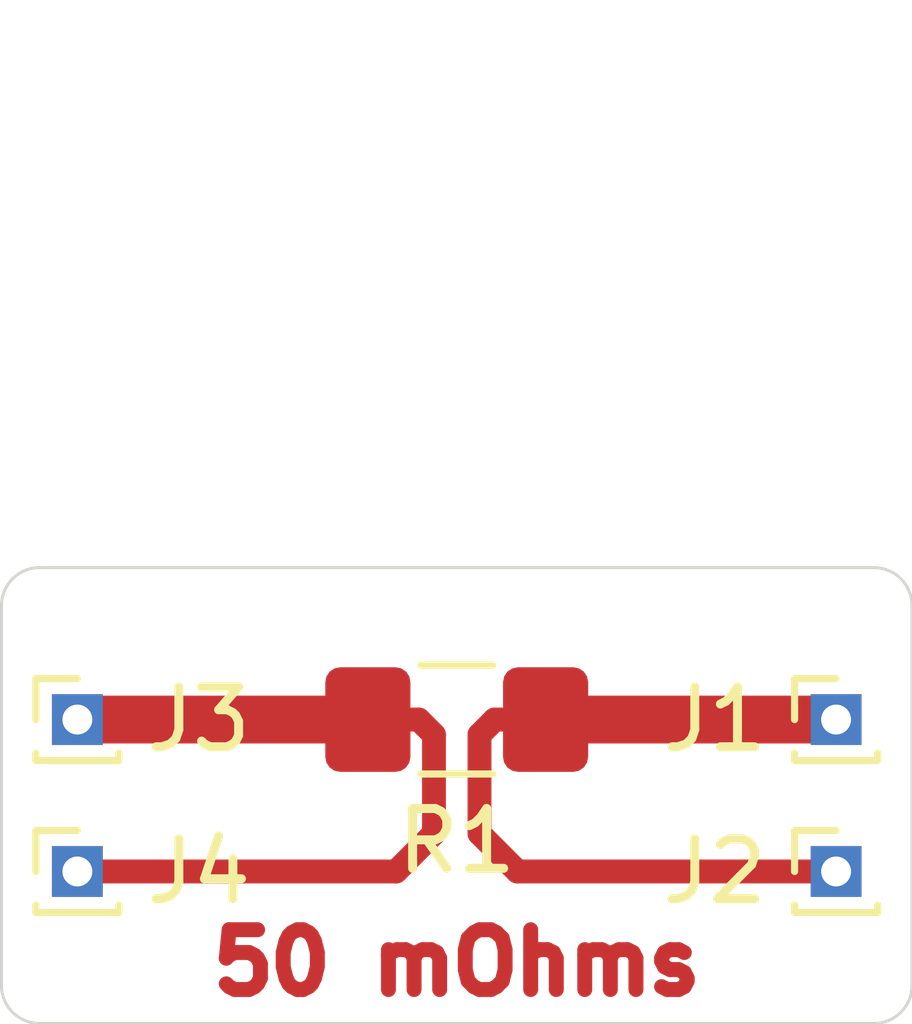
<source format=kicad_pcb>
(kicad_pcb (version 20171130) (host pcbnew "(5.1.6)-1")

  (general
    (thickness 1.6)
    (drawings 10)
    (tracks 12)
    (zones 0)
    (modules 5)
    (nets 3)
  )

  (page A4)
  (layers
    (0 F.Cu signal)
    (31 B.Cu signal)
    (32 B.Adhes user)
    (33 F.Adhes user)
    (34 B.Paste user)
    (35 F.Paste user)
    (36 B.SilkS user)
    (37 F.SilkS user)
    (38 B.Mask user)
    (39 F.Mask user)
    (40 Dwgs.User user)
    (41 Cmts.User user)
    (42 Eco1.User user)
    (43 Eco2.User user)
    (44 Edge.Cuts user)
    (45 Margin user)
    (46 B.CrtYd user)
    (47 F.CrtYd user)
    (48 B.Fab user)
    (49 F.Fab user hide)
  )

  (setup
    (last_trace_width 0.25)
    (user_trace_width 0.8)
    (trace_clearance 0.2)
    (zone_clearance 0.508)
    (zone_45_only no)
    (trace_min 0.2)
    (via_size 0.8)
    (via_drill 0.4)
    (via_min_size 0.4)
    (via_min_drill 0.3)
    (uvia_size 0.3)
    (uvia_drill 0.1)
    (uvias_allowed no)
    (uvia_min_size 0.2)
    (uvia_min_drill 0.1)
    (edge_width 0.05)
    (segment_width 0.2)
    (pcb_text_width 0.3)
    (pcb_text_size 1.5 1.5)
    (mod_edge_width 0.12)
    (mod_text_size 1 1)
    (mod_text_width 0.15)
    (pad_size 1.524 1.524)
    (pad_drill 0.762)
    (pad_to_mask_clearance 0.05)
    (aux_axis_origin 0 0)
    (visible_elements 7FFFFFFF)
    (pcbplotparams
      (layerselection 0x010fc_ffffffff)
      (usegerberextensions false)
      (usegerberattributes true)
      (usegerberadvancedattributes true)
      (creategerberjobfile true)
      (excludeedgelayer true)
      (linewidth 0.100000)
      (plotframeref false)
      (viasonmask false)
      (mode 1)
      (useauxorigin false)
      (hpglpennumber 1)
      (hpglpenspeed 20)
      (hpglpendiameter 15.000000)
      (psnegative false)
      (psa4output false)
      (plotreference true)
      (plotvalue true)
      (plotinvisibletext false)
      (padsonsilk false)
      (subtractmaskfromsilk false)
      (outputformat 1)
      (mirror false)
      (drillshape 1)
      (scaleselection 1)
      (outputdirectory ""))
  )

  (net 0 "")
  (net 1 "Net-(J1-Pad1)")
  (net 2 "Net-(J3-Pad1)")

  (net_class Default "This is the default net class."
    (clearance 0.2)
    (trace_width 0.25)
    (via_dia 0.8)
    (via_drill 0.4)
    (uvia_dia 0.3)
    (uvia_drill 0.1)
    (add_net "Net-(J1-Pad1)")
    (add_net "Net-(J3-Pad1)")
  )

  (module Connector_PinHeader_1.00mm:PinHeader_1x01_P1.00mm_Vertical (layer F.Cu) (tedit 59FED738) (tstamp 611BDFB7)
    (at 45.72 45.72)
    (descr "Through hole straight pin header, 1x01, 1.00mm pitch, single row")
    (tags "Through hole pin header THT 1x01 1.00mm single row")
    (path /611B5A0D)
    (fp_text reference J4 (at 2.032 0) (layer F.SilkS)
      (effects (font (size 1 1) (thickness 0.15)))
    )
    (fp_text value "Kelvin -" (at 0 1.56) (layer F.Fab)
      (effects (font (size 1 1) (thickness 0.15)))
    )
    (fp_line (start 1.15 -1) (end -1.15 -1) (layer F.CrtYd) (width 0.05))
    (fp_line (start 1.15 1) (end 1.15 -1) (layer F.CrtYd) (width 0.05))
    (fp_line (start -1.15 1) (end 1.15 1) (layer F.CrtYd) (width 0.05))
    (fp_line (start -1.15 -1) (end -1.15 1) (layer F.CrtYd) (width 0.05))
    (fp_line (start -0.695 -0.685) (end 0 -0.685) (layer F.SilkS) (width 0.12))
    (fp_line (start -0.695 0) (end -0.695 -0.685) (layer F.SilkS) (width 0.12))
    (fp_line (start 0.608276 0.685) (end 0.695 0.685) (layer F.SilkS) (width 0.12))
    (fp_line (start -0.695 0.685) (end -0.608276 0.685) (layer F.SilkS) (width 0.12))
    (fp_line (start 0.695 0.685) (end 0.695 0.56) (layer F.SilkS) (width 0.12))
    (fp_line (start -0.695 0.685) (end -0.695 0.56) (layer F.SilkS) (width 0.12))
    (fp_line (start -0.695 0.685) (end 0.695 0.685) (layer F.SilkS) (width 0.12))
    (fp_line (start -0.635 -0.1825) (end -0.3175 -0.5) (layer F.Fab) (width 0.1))
    (fp_line (start -0.635 0.5) (end -0.635 -0.1825) (layer F.Fab) (width 0.1))
    (fp_line (start 0.635 0.5) (end -0.635 0.5) (layer F.Fab) (width 0.1))
    (fp_line (start 0.635 -0.5) (end 0.635 0.5) (layer F.Fab) (width 0.1))
    (fp_line (start -0.3175 -0.5) (end 0.635 -0.5) (layer F.Fab) (width 0.1))
    (fp_text user %R (at 0 0 90) (layer F.Fab)
      (effects (font (size 0.76 0.76) (thickness 0.114)))
    )
    (pad 1 thru_hole rect (at 0 0) (size 0.85 0.85) (drill 0.5) (layers *.Cu *.Mask)
      (net 2 "Net-(J3-Pad1)"))
    (model ${KISYS3DMOD}/Connector_PinHeader_1.00mm.3dshapes/PinHeader_1x01_P1.00mm_Vertical.wrl
      (at (xyz 0 0 0))
      (scale (xyz 1 1 1))
      (rotate (xyz 0 0 0))
    )
  )

  (module Connector_PinHeader_1.00mm:PinHeader_1x01_P1.00mm_Vertical (layer F.Cu) (tedit 59FED738) (tstamp 611BD0CC)
    (at 45.72 43.18)
    (descr "Through hole straight pin header, 1x01, 1.00mm pitch, single row")
    (tags "Through hole pin header THT 1x01 1.00mm single row")
    (path /611B32A6)
    (fp_text reference J3 (at 2.032 0) (layer F.SilkS)
      (effects (font (size 1 1) (thickness 0.15)))
    )
    (fp_text value "Input -" (at 0 1.56) (layer F.Fab)
      (effects (font (size 1 1) (thickness 0.15)))
    )
    (fp_line (start 1.15 -1) (end -1.15 -1) (layer F.CrtYd) (width 0.05))
    (fp_line (start 1.15 1) (end 1.15 -1) (layer F.CrtYd) (width 0.05))
    (fp_line (start -1.15 1) (end 1.15 1) (layer F.CrtYd) (width 0.05))
    (fp_line (start -1.15 -1) (end -1.15 1) (layer F.CrtYd) (width 0.05))
    (fp_line (start -0.695 -0.685) (end 0 -0.685) (layer F.SilkS) (width 0.12))
    (fp_line (start -0.695 0) (end -0.695 -0.685) (layer F.SilkS) (width 0.12))
    (fp_line (start 0.608276 0.685) (end 0.695 0.685) (layer F.SilkS) (width 0.12))
    (fp_line (start -0.695 0.685) (end -0.608276 0.685) (layer F.SilkS) (width 0.12))
    (fp_line (start 0.695 0.685) (end 0.695 0.56) (layer F.SilkS) (width 0.12))
    (fp_line (start -0.695 0.685) (end -0.695 0.56) (layer F.SilkS) (width 0.12))
    (fp_line (start -0.695 0.685) (end 0.695 0.685) (layer F.SilkS) (width 0.12))
    (fp_line (start -0.635 -0.1825) (end -0.3175 -0.5) (layer F.Fab) (width 0.1))
    (fp_line (start -0.635 0.5) (end -0.635 -0.1825) (layer F.Fab) (width 0.1))
    (fp_line (start 0.635 0.5) (end -0.635 0.5) (layer F.Fab) (width 0.1))
    (fp_line (start 0.635 -0.5) (end 0.635 0.5) (layer F.Fab) (width 0.1))
    (fp_line (start -0.3175 -0.5) (end 0.635 -0.5) (layer F.Fab) (width 0.1))
    (fp_text user %R (at 0 0 90) (layer F.Fab)
      (effects (font (size 0.76 0.76) (thickness 0.114)))
    )
    (pad 1 thru_hole rect (at 0 0) (size 0.85 0.85) (drill 0.5) (layers *.Cu *.Mask)
      (net 2 "Net-(J3-Pad1)"))
    (model ${KISYS3DMOD}/Connector_PinHeader_1.00mm.3dshapes/PinHeader_1x01_P1.00mm_Vertical.wrl
      (at (xyz 0 0 0))
      (scale (xyz 1 1 1))
      (rotate (xyz 0 0 0))
    )
  )

  (module Connector_PinHeader_1.00mm:PinHeader_1x01_P1.00mm_Vertical (layer F.Cu) (tedit 59FED738) (tstamp 611BD0AC)
    (at 58.42 45.72)
    (descr "Through hole straight pin header, 1x01, 1.00mm pitch, single row")
    (tags "Through hole pin header THT 1x01 1.00mm single row")
    (path /611B4B90)
    (fp_text reference J2 (at -2.032 0) (layer F.SilkS)
      (effects (font (size 1 1) (thickness 0.15)))
    )
    (fp_text value "Kelvin +" (at 0 1.56) (layer F.Fab)
      (effects (font (size 1 1) (thickness 0.15)))
    )
    (fp_line (start 1.15 -1) (end -1.15 -1) (layer F.CrtYd) (width 0.05))
    (fp_line (start 1.15 1) (end 1.15 -1) (layer F.CrtYd) (width 0.05))
    (fp_line (start -1.15 1) (end 1.15 1) (layer F.CrtYd) (width 0.05))
    (fp_line (start -1.15 -1) (end -1.15 1) (layer F.CrtYd) (width 0.05))
    (fp_line (start -0.695 -0.685) (end 0 -0.685) (layer F.SilkS) (width 0.12))
    (fp_line (start -0.695 0) (end -0.695 -0.685) (layer F.SilkS) (width 0.12))
    (fp_line (start 0.608276 0.685) (end 0.695 0.685) (layer F.SilkS) (width 0.12))
    (fp_line (start -0.695 0.685) (end -0.608276 0.685) (layer F.SilkS) (width 0.12))
    (fp_line (start 0.695 0.685) (end 0.695 0.56) (layer F.SilkS) (width 0.12))
    (fp_line (start -0.695 0.685) (end -0.695 0.56) (layer F.SilkS) (width 0.12))
    (fp_line (start -0.695 0.685) (end 0.695 0.685) (layer F.SilkS) (width 0.12))
    (fp_line (start -0.635 -0.1825) (end -0.3175 -0.5) (layer F.Fab) (width 0.1))
    (fp_line (start -0.635 0.5) (end -0.635 -0.1825) (layer F.Fab) (width 0.1))
    (fp_line (start 0.635 0.5) (end -0.635 0.5) (layer F.Fab) (width 0.1))
    (fp_line (start 0.635 -0.5) (end 0.635 0.5) (layer F.Fab) (width 0.1))
    (fp_line (start -0.3175 -0.5) (end 0.635 -0.5) (layer F.Fab) (width 0.1))
    (pad 1 thru_hole rect (at 0 0) (size 0.85 0.85) (drill 0.5) (layers *.Cu *.Mask)
      (net 1 "Net-(J1-Pad1)"))
    (model ${KISYS3DMOD}/Connector_PinHeader_1.00mm.3dshapes/PinHeader_1x01_P1.00mm_Vertical.wrl
      (at (xyz 0 0 0))
      (scale (xyz 1 1 1))
      (rotate (xyz 0 0 0))
    )
  )

  (module Connector_PinHeader_1.00mm:PinHeader_1x01_P1.00mm_Vertical (layer F.Cu) (tedit 59FED738) (tstamp 611BD08C)
    (at 58.42 43.18)
    (descr "Through hole straight pin header, 1x01, 1.00mm pitch, single row")
    (tags "Through hole pin header THT 1x01 1.00mm single row")
    (path /611B2323)
    (fp_text reference J1 (at -2.032 0) (layer F.SilkS)
      (effects (font (size 1 1) (thickness 0.15)))
    )
    (fp_text value "Input +" (at 0 1.56) (layer F.Fab)
      (effects (font (size 1 1) (thickness 0.15)))
    )
    (fp_line (start 1.15 -1) (end -1.15 -1) (layer F.CrtYd) (width 0.05))
    (fp_line (start 1.15 1) (end 1.15 -1) (layer F.CrtYd) (width 0.05))
    (fp_line (start -1.15 1) (end 1.15 1) (layer F.CrtYd) (width 0.05))
    (fp_line (start -1.15 -1) (end -1.15 1) (layer F.CrtYd) (width 0.05))
    (fp_line (start -0.695 -0.685) (end 0 -0.685) (layer F.SilkS) (width 0.12))
    (fp_line (start -0.695 0) (end -0.695 -0.685) (layer F.SilkS) (width 0.12))
    (fp_line (start 0.608276 0.685) (end 0.695 0.685) (layer F.SilkS) (width 0.12))
    (fp_line (start -0.695 0.685) (end -0.608276 0.685) (layer F.SilkS) (width 0.12))
    (fp_line (start 0.695 0.685) (end 0.695 0.56) (layer F.SilkS) (width 0.12))
    (fp_line (start -0.695 0.685) (end -0.695 0.56) (layer F.SilkS) (width 0.12))
    (fp_line (start -0.695 0.685) (end 0.695 0.685) (layer F.SilkS) (width 0.12))
    (fp_line (start -0.635 -0.1825) (end -0.3175 -0.5) (layer F.Fab) (width 0.1))
    (fp_line (start -0.635 0.5) (end -0.635 -0.1825) (layer F.Fab) (width 0.1))
    (fp_line (start 0.635 0.5) (end -0.635 0.5) (layer F.Fab) (width 0.1))
    (fp_line (start 0.635 -0.5) (end 0.635 0.5) (layer F.Fab) (width 0.1))
    (fp_line (start -0.3175 -0.5) (end 0.635 -0.5) (layer F.Fab) (width 0.1))
    (fp_text user %R (at 0 0 90) (layer F.Fab)
      (effects (font (size 0.76 0.76) (thickness 0.114)))
    )
    (pad 1 thru_hole rect (at 0 0) (size 0.85 0.85) (drill 0.5) (layers *.Cu *.Mask)
      (net 1 "Net-(J1-Pad1)"))
    (model ${KISYS3DMOD}/Connector_PinHeader_1.00mm.3dshapes/PinHeader_1x01_P1.00mm_Vertical.wrl
      (at (xyz 0 0 0))
      (scale (xyz 1 1 1))
      (rotate (xyz 0 0 0))
    )
  )

  (module Resistor_SMD:R_1206_3216Metric_Pad1.42x1.75mm_HandSolder (layer F.Cu) (tedit 5B301BBD) (tstamp 611BDF02)
    (at 52.07 43.18)
    (descr "Resistor SMD 1206 (3216 Metric), square (rectangular) end terminal, IPC_7351 nominal with elongated pad for handsoldering. (Body size source: http://www.tortai-tech.com/upload/download/2011102023233369053.pdf), generated with kicad-footprint-generator")
    (tags "resistor handsolder")
    (path /611B10EA)
    (attr smd)
    (fp_text reference R1 (at 0 2.032) (layer F.SilkS)
      (effects (font (size 1 1) (thickness 0.15)))
    )
    (fp_text value 50mOhm (at 0 1.82) (layer F.Fab)
      (effects (font (size 1 1) (thickness 0.15)))
    )
    (fp_line (start -1.6 0.8) (end -1.6 -0.8) (layer F.Fab) (width 0.1))
    (fp_line (start -1.6 -0.8) (end 1.6 -0.8) (layer F.Fab) (width 0.1))
    (fp_line (start 1.6 -0.8) (end 1.6 0.8) (layer F.Fab) (width 0.1))
    (fp_line (start 1.6 0.8) (end -1.6 0.8) (layer F.Fab) (width 0.1))
    (fp_line (start -0.602064 -0.91) (end 0.602064 -0.91) (layer F.SilkS) (width 0.12))
    (fp_line (start -0.602064 0.91) (end 0.602064 0.91) (layer F.SilkS) (width 0.12))
    (fp_line (start -2.45 1.12) (end -2.45 -1.12) (layer F.CrtYd) (width 0.05))
    (fp_line (start -2.45 -1.12) (end 2.45 -1.12) (layer F.CrtYd) (width 0.05))
    (fp_line (start 2.45 -1.12) (end 2.45 1.12) (layer F.CrtYd) (width 0.05))
    (fp_line (start 2.45 1.12) (end -2.45 1.12) (layer F.CrtYd) (width 0.05))
    (fp_text user %R (at 0 0) (layer F.Fab)
      (effects (font (size 0.8 0.8) (thickness 0.12)))
    )
    (pad 1 smd roundrect (at -1.4875 0) (size 1.425 1.75) (layers F.Cu F.Paste F.Mask) (roundrect_rratio 0.175439)
      (net 2 "Net-(J3-Pad1)"))
    (pad 2 smd roundrect (at 1.4875 0) (size 1.425 1.75) (layers F.Cu F.Paste F.Mask) (roundrect_rratio 0.175439)
      (net 1 "Net-(J1-Pad1)"))
    (model ${KISYS3DMOD}/Resistor_SMD.3dshapes/R_1206_3216Metric.wrl
      (at (xyz 0 0 0))
      (scale (xyz 1 1 1))
      (rotate (xyz 0 0 0))
    )
  )

  (gr_text "50 mOhms" (at 52.07 47.244) (layer F.Cu)
    (effects (font (size 1 1) (thickness 0.25)))
  )
  (gr_arc (start 59.055 47.625) (end 59.055 48.26) (angle -90) (layer Edge.Cuts) (width 0.05))
  (gr_arc (start 45.085 47.625) (end 44.45 47.625) (angle -90) (layer Edge.Cuts) (width 0.05))
  (gr_arc (start 45.085 41.275) (end 45.085 40.64) (angle -90) (layer Edge.Cuts) (width 0.05))
  (gr_arc (start 59.055 41.275) (end 59.69 41.275) (angle -90) (layer Edge.Cuts) (width 0.05))
  (gr_line (start 44.45 47.625) (end 44.45 41.275) (layer Edge.Cuts) (width 0.05) (tstamp 611BE08A))
  (gr_line (start 59.055 48.26) (end 45.085 48.26) (layer Edge.Cuts) (width 0.05))
  (gr_line (start 59.69 41.275) (end 59.69 47.625) (layer Edge.Cuts) (width 0.05))
  (gr_line (start 45.085 40.64) (end 59.055 40.64) (layer Edge.Cuts) (width 0.05))
  (dimension 7.62 (width 0.15) (layer Dwgs.User)
    (gr_text "7.620 mm" (at 52.07 31.847) (layer Dwgs.User)
      (effects (font (size 1 1) (thickness 0.15)))
    )
    (feature1 (pts (xy 55.88 38.227) (xy 55.88 32.560579)))
    (feature2 (pts (xy 48.26 38.227) (xy 48.26 32.560579)))
    (crossbar (pts (xy 48.26 33.147) (xy 55.88 33.147)))
    (arrow1a (pts (xy 55.88 33.147) (xy 54.753496 33.733421)))
    (arrow1b (pts (xy 55.88 33.147) (xy 54.753496 32.560579)))
    (arrow2a (pts (xy 48.26 33.147) (xy 49.386504 33.733421)))
    (arrow2b (pts (xy 48.26 33.147) (xy 49.386504 32.560579)))
  )

  (segment (start 53.5575 43.18) (end 52.705 43.18) (width 0.4) (layer F.Cu) (net 1))
  (segment (start 52.705 43.18) (end 52.451 43.434) (width 0.4) (layer F.Cu) (net 1))
  (segment (start 52.451 43.434) (end 52.451 45.085) (width 0.4) (layer F.Cu) (net 1))
  (segment (start 52.451 45.085) (end 53.086 45.72) (width 0.4) (layer F.Cu) (net 1))
  (segment (start 53.086 45.72) (end 58.42 45.72) (width 0.4) (layer F.Cu) (net 1))
  (segment (start 58.42 43.18) (end 53.5575 43.18) (width 0.8) (layer F.Cu) (net 1))
  (segment (start 50.5825 43.18) (end 51.435 43.18) (width 0.4) (layer F.Cu) (net 2))
  (segment (start 51.435 43.18) (end 51.689 43.434) (width 0.4) (layer F.Cu) (net 2))
  (segment (start 51.689 43.434) (end 51.689 45.085) (width 0.4) (layer F.Cu) (net 2))
  (segment (start 51.054 45.72) (end 45.72 45.72) (width 0.4) (layer F.Cu) (net 2))
  (segment (start 51.689 45.085) (end 51.054 45.72) (width 0.4) (layer F.Cu) (net 2))
  (segment (start 45.72 43.18) (end 50.5825 43.18) (width 0.8) (layer F.Cu) (net 2))

)

</source>
